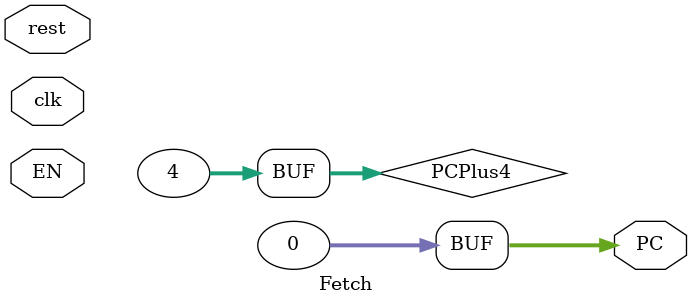
<source format=sv>
module Fetch (
		input logic clk, rest, EN, 
		output logic [31:0] PC
);

logic [31:0] PCPlus4;

initial 
PC = 32'b0;

n_bit_register #(32) reg_pc(clk, rest, EN, PCPlus4, PC);   			//PC register

assign PCPlus4 = PC+ 18'd4;                                  			//PCPLUS4

endmodule
</source>
